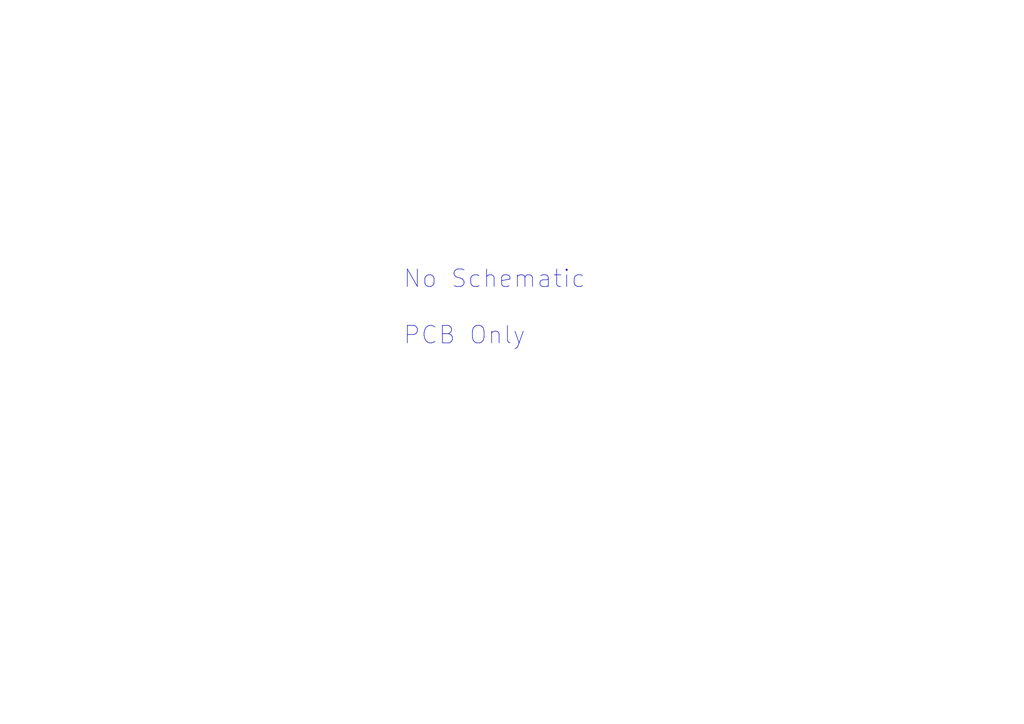
<source format=kicad_sch>
(kicad_sch
	(version 20231120)
	(generator "eeschema")
	(generator_version "8.0")
	(uuid "b1126b5d-a20e-4895-b462-afcd166fd914")
	(paper "A4")
	(title_block
		(title "Eurorack 10HP Panel")
		(rev "0.1")
		(company "Len Popp")
		(comment 1 "Copyright © 2024 Len Popp CC BY")
		(comment 2 "No schematic - PCB only")
	)
	(lib_symbols)
	(text "No Schematic\n\nPCB Only"
		(exclude_from_sim no)
		(at 116.84 100.33 0)
		(effects
			(font
				(size 5.08 5.08)
			)
			(justify left bottom)
		)
		(uuid "0aa3beed-33f5-4121-ac3c-bfca1445c8a8")
	)
	(sheet_instances
		(path "/"
			(page "1")
		)
	)
)

</source>
